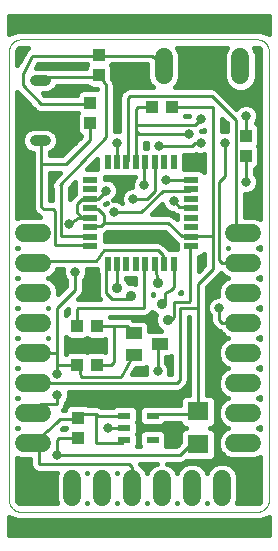
<source format=gtl>
G75*
%MOIN*%
%OFA0B0*%
%FSLAX25Y25*%
%IPPOS*%
%LPD*%
%AMOC8*
5,1,8,0,0,1.08239X$1,22.5*
%
%ADD10C,0.00000*%
%ADD11R,0.05000X0.02200*%
%ADD12R,0.02200X0.05000*%
%ADD13C,0.03600*%
%ADD14C,0.06000*%
%ADD15R,0.03937X0.04331*%
%ADD16R,0.04160X0.02400*%
%ADD17R,0.04100X0.02400*%
%ADD18R,0.07087X0.06299*%
%ADD19R,0.05512X0.03937*%
%ADD20C,0.01000*%
%ADD21C,0.03169*%
%ADD22C,0.03600*%
%ADD23C,0.01600*%
D10*
X0007860Y0013611D02*
X0007860Y0163217D01*
X0007862Y0163341D01*
X0007868Y0163464D01*
X0007877Y0163588D01*
X0007891Y0163710D01*
X0007908Y0163833D01*
X0007930Y0163955D01*
X0007955Y0164076D01*
X0007984Y0164196D01*
X0008016Y0164315D01*
X0008053Y0164434D01*
X0008093Y0164551D01*
X0008136Y0164666D01*
X0008184Y0164781D01*
X0008235Y0164893D01*
X0008289Y0165004D01*
X0008347Y0165114D01*
X0008408Y0165221D01*
X0008473Y0165327D01*
X0008541Y0165430D01*
X0008612Y0165531D01*
X0008686Y0165630D01*
X0008763Y0165727D01*
X0008844Y0165821D01*
X0008927Y0165912D01*
X0009013Y0166001D01*
X0009102Y0166087D01*
X0009193Y0166170D01*
X0009287Y0166251D01*
X0009384Y0166328D01*
X0009483Y0166402D01*
X0009584Y0166473D01*
X0009687Y0166541D01*
X0009793Y0166606D01*
X0009900Y0166667D01*
X0010010Y0166725D01*
X0010121Y0166779D01*
X0010233Y0166830D01*
X0010348Y0166878D01*
X0010463Y0166921D01*
X0010580Y0166961D01*
X0010699Y0166998D01*
X0010818Y0167030D01*
X0010938Y0167059D01*
X0011059Y0167084D01*
X0011181Y0167106D01*
X0011304Y0167123D01*
X0011426Y0167137D01*
X0011550Y0167146D01*
X0011673Y0167152D01*
X0011797Y0167154D01*
X0090537Y0167154D01*
X0090661Y0167152D01*
X0090784Y0167146D01*
X0090908Y0167137D01*
X0091030Y0167123D01*
X0091153Y0167106D01*
X0091275Y0167084D01*
X0091396Y0167059D01*
X0091516Y0167030D01*
X0091635Y0166998D01*
X0091754Y0166961D01*
X0091871Y0166921D01*
X0091986Y0166878D01*
X0092101Y0166830D01*
X0092213Y0166779D01*
X0092324Y0166725D01*
X0092434Y0166667D01*
X0092541Y0166606D01*
X0092647Y0166541D01*
X0092750Y0166473D01*
X0092851Y0166402D01*
X0092950Y0166328D01*
X0093047Y0166251D01*
X0093141Y0166170D01*
X0093232Y0166087D01*
X0093321Y0166001D01*
X0093407Y0165912D01*
X0093490Y0165821D01*
X0093571Y0165727D01*
X0093648Y0165630D01*
X0093722Y0165531D01*
X0093793Y0165430D01*
X0093861Y0165327D01*
X0093926Y0165221D01*
X0093987Y0165114D01*
X0094045Y0165004D01*
X0094099Y0164893D01*
X0094150Y0164781D01*
X0094198Y0164666D01*
X0094241Y0164551D01*
X0094281Y0164434D01*
X0094318Y0164315D01*
X0094350Y0164196D01*
X0094379Y0164076D01*
X0094404Y0163955D01*
X0094426Y0163833D01*
X0094443Y0163710D01*
X0094457Y0163588D01*
X0094466Y0163464D01*
X0094472Y0163341D01*
X0094474Y0163217D01*
X0094474Y0013611D01*
X0094472Y0013487D01*
X0094466Y0013364D01*
X0094457Y0013240D01*
X0094443Y0013118D01*
X0094426Y0012995D01*
X0094404Y0012873D01*
X0094379Y0012752D01*
X0094350Y0012632D01*
X0094318Y0012513D01*
X0094281Y0012394D01*
X0094241Y0012277D01*
X0094198Y0012162D01*
X0094150Y0012047D01*
X0094099Y0011935D01*
X0094045Y0011824D01*
X0093987Y0011714D01*
X0093926Y0011607D01*
X0093861Y0011501D01*
X0093793Y0011398D01*
X0093722Y0011297D01*
X0093648Y0011198D01*
X0093571Y0011101D01*
X0093490Y0011007D01*
X0093407Y0010916D01*
X0093321Y0010827D01*
X0093232Y0010741D01*
X0093141Y0010658D01*
X0093047Y0010577D01*
X0092950Y0010500D01*
X0092851Y0010426D01*
X0092750Y0010355D01*
X0092647Y0010287D01*
X0092541Y0010222D01*
X0092434Y0010161D01*
X0092324Y0010103D01*
X0092213Y0010049D01*
X0092101Y0009998D01*
X0091986Y0009950D01*
X0091871Y0009907D01*
X0091754Y0009867D01*
X0091635Y0009830D01*
X0091516Y0009798D01*
X0091396Y0009769D01*
X0091275Y0009744D01*
X0091153Y0009722D01*
X0091030Y0009705D01*
X0090908Y0009691D01*
X0090784Y0009682D01*
X0090661Y0009676D01*
X0090537Y0009674D01*
X0011797Y0009674D01*
X0011673Y0009676D01*
X0011550Y0009682D01*
X0011426Y0009691D01*
X0011304Y0009705D01*
X0011181Y0009722D01*
X0011059Y0009744D01*
X0010938Y0009769D01*
X0010818Y0009798D01*
X0010699Y0009830D01*
X0010580Y0009867D01*
X0010463Y0009907D01*
X0010348Y0009950D01*
X0010233Y0009998D01*
X0010121Y0010049D01*
X0010010Y0010103D01*
X0009900Y0010161D01*
X0009793Y0010222D01*
X0009687Y0010287D01*
X0009584Y0010355D01*
X0009483Y0010426D01*
X0009384Y0010500D01*
X0009287Y0010577D01*
X0009193Y0010658D01*
X0009102Y0010741D01*
X0009013Y0010827D01*
X0008927Y0010916D01*
X0008844Y0011007D01*
X0008763Y0011101D01*
X0008686Y0011198D01*
X0008612Y0011297D01*
X0008541Y0011398D01*
X0008473Y0011501D01*
X0008408Y0011607D01*
X0008347Y0011714D01*
X0008289Y0011824D01*
X0008235Y0011935D01*
X0008184Y0012047D01*
X0008136Y0012162D01*
X0008093Y0012277D01*
X0008053Y0012394D01*
X0008016Y0012513D01*
X0007984Y0012632D01*
X0007955Y0012752D01*
X0007930Y0012873D01*
X0007908Y0012995D01*
X0007891Y0013118D01*
X0007877Y0013240D01*
X0007868Y0013364D01*
X0007862Y0013487D01*
X0007860Y0013611D01*
D11*
X0034826Y0098265D03*
X0034826Y0101414D03*
X0034826Y0104564D03*
X0034826Y0107713D03*
X0034826Y0110863D03*
X0034826Y0114013D03*
X0034826Y0117162D03*
X0034826Y0120312D03*
X0068626Y0120312D03*
X0068626Y0117162D03*
X0068626Y0114013D03*
X0068626Y0110863D03*
X0068626Y0107713D03*
X0068626Y0104564D03*
X0068626Y0101414D03*
X0068626Y0098265D03*
D12*
X0062749Y0092388D03*
X0059600Y0092388D03*
X0056450Y0092388D03*
X0053301Y0092388D03*
X0050151Y0092388D03*
X0047001Y0092388D03*
X0043852Y0092388D03*
X0040702Y0092388D03*
X0040702Y0126188D03*
X0043852Y0126188D03*
X0047001Y0126188D03*
X0050151Y0126188D03*
X0053301Y0126188D03*
X0056450Y0126188D03*
X0059600Y0126188D03*
X0062749Y0126188D03*
D13*
X0019967Y0133485D02*
X0016367Y0133485D01*
X0016367Y0153485D02*
X0019967Y0153485D01*
D14*
X0018860Y0102674D02*
X0012860Y0102674D01*
X0012860Y0092674D02*
X0018860Y0092674D01*
X0018860Y0082674D02*
X0012860Y0082674D01*
X0012860Y0072674D02*
X0018860Y0072674D01*
X0018860Y0062674D02*
X0012860Y0062674D01*
X0012860Y0052674D02*
X0018860Y0052674D01*
X0018860Y0042674D02*
X0012860Y0042674D01*
X0012860Y0032674D02*
X0018860Y0032674D01*
X0028860Y0020674D02*
X0028860Y0014674D01*
X0038860Y0014674D02*
X0038860Y0020674D01*
X0048860Y0020674D02*
X0048860Y0014674D01*
X0058860Y0014674D02*
X0058860Y0020674D01*
X0068860Y0020674D02*
X0068860Y0014674D01*
X0078860Y0014674D02*
X0078860Y0020674D01*
X0082860Y0032674D02*
X0088860Y0032674D01*
X0088860Y0042674D02*
X0082860Y0042674D01*
X0082860Y0052674D02*
X0088860Y0052674D01*
X0088860Y0062674D02*
X0082860Y0062674D01*
X0082860Y0072674D02*
X0088860Y0072674D01*
X0088860Y0082674D02*
X0082860Y0082674D01*
X0082860Y0092674D02*
X0088860Y0092674D01*
X0088860Y0102674D02*
X0082860Y0102674D01*
X0084967Y0155133D02*
X0084967Y0161133D01*
X0059367Y0161133D02*
X0059367Y0155133D01*
D15*
X0062206Y0144674D03*
X0055513Y0144674D03*
X0037860Y0155328D03*
X0037860Y0162020D03*
X0034860Y0146020D03*
X0034860Y0139328D03*
X0037206Y0071674D03*
X0030513Y0071674D03*
X0030513Y0058674D03*
X0037206Y0058674D03*
X0030860Y0041020D03*
X0030860Y0034328D03*
X0086860Y0128328D03*
X0086860Y0135020D03*
D16*
X0046260Y0041774D03*
X0046260Y0037714D03*
X0046260Y0033574D03*
X0055760Y0033574D03*
D17*
X0055760Y0041774D03*
D18*
X0070860Y0043186D03*
X0070860Y0032162D03*
D19*
X0058190Y0065674D03*
X0049529Y0061934D03*
X0049529Y0069414D03*
D20*
X0047269Y0071674D01*
X0042860Y0071674D01*
X0042860Y0059674D01*
X0041860Y0058674D01*
X0037206Y0058674D01*
X0031260Y0058274D02*
X0031860Y0054674D01*
X0045060Y0054674D01*
X0049260Y0061874D01*
X0049529Y0061934D01*
X0057360Y0065474D02*
X0057360Y0056474D01*
X0057360Y0065474D02*
X0058190Y0065674D01*
X0060760Y0073674D02*
X0061860Y0073674D01*
X0062860Y0074674D01*
X0062860Y0079674D01*
X0067860Y0079674D01*
X0068160Y0079974D01*
X0068160Y0097874D01*
X0068626Y0098265D01*
X0068626Y0101414D02*
X0068160Y0101474D01*
X0065460Y0101474D01*
X0060960Y0105974D01*
X0039360Y0105974D01*
X0039360Y0108674D01*
X0037560Y0110474D01*
X0034860Y0110474D01*
X0034826Y0110863D01*
X0034826Y0114013D02*
X0033960Y0114074D01*
X0032160Y0114074D01*
X0030360Y0112274D01*
X0030360Y0109574D01*
X0032160Y0107774D01*
X0030760Y0107774D01*
X0027860Y0105674D01*
X0025160Y0101474D02*
X0025160Y0118174D01*
X0024860Y0118474D01*
X0040160Y0134774D01*
X0040160Y0151874D01*
X0038460Y0154574D01*
X0037860Y0155328D01*
X0037560Y0154574D01*
X0019560Y0154574D01*
X0018660Y0153674D01*
X0018167Y0153485D01*
X0012360Y0151874D02*
X0018660Y0145574D01*
X0034413Y0145574D01*
X0034860Y0146020D01*
X0034860Y0139328D02*
X0034860Y0133674D01*
X0026860Y0125674D01*
X0018660Y0125674D01*
X0018660Y0111374D01*
X0019360Y0110674D01*
X0022860Y0110674D01*
X0023260Y0109274D01*
X0023260Y0098774D01*
X0033960Y0098774D01*
X0034826Y0098265D01*
X0034826Y0101414D02*
X0033960Y0101474D01*
X0025160Y0101474D01*
X0032160Y0107774D02*
X0033960Y0107774D01*
X0034826Y0107713D01*
X0034860Y0105074D02*
X0034826Y0104564D01*
X0034860Y0105074D02*
X0038460Y0105074D01*
X0039360Y0105974D01*
X0042960Y0109574D02*
X0051960Y0109574D01*
X0059160Y0116774D01*
X0068160Y0116774D01*
X0068626Y0117162D01*
X0068626Y0120312D02*
X0068160Y0120374D01*
X0060060Y0120374D01*
X0056460Y0116774D02*
X0056460Y0125774D01*
X0056450Y0126188D01*
X0057860Y0131674D02*
X0068860Y0131674D01*
X0069860Y0132674D01*
X0071860Y0132674D01*
X0069860Y0138674D02*
X0050151Y0138674D01*
X0050151Y0143965D01*
X0050860Y0144674D01*
X0055513Y0144674D01*
X0050151Y0136674D02*
X0051151Y0135674D01*
X0067860Y0135674D01*
X0069860Y0138674D02*
X0071860Y0140674D01*
X0075860Y0144674D02*
X0062206Y0144674D01*
X0059160Y0158174D02*
X0055560Y0161774D01*
X0038460Y0161774D01*
X0037860Y0162020D01*
X0037560Y0161774D01*
X0015660Y0161774D01*
X0012360Y0155474D01*
X0012360Y0151874D01*
X0018660Y0133874D02*
X0018167Y0133485D01*
X0018660Y0132974D01*
X0018660Y0125674D01*
X0034860Y0114074D02*
X0034826Y0114013D01*
X0034860Y0114074D02*
X0037560Y0114074D01*
X0040260Y0116774D01*
X0043852Y0126188D02*
X0043860Y0126196D01*
X0043860Y0132674D01*
X0047460Y0126674D02*
X0047001Y0126188D01*
X0047460Y0126674D02*
X0047460Y0147674D01*
X0048060Y0148274D01*
X0075360Y0148274D01*
X0083460Y0140174D01*
X0083460Y0105074D01*
X0085860Y0102674D01*
X0085860Y0092674D02*
X0078860Y0092674D01*
X0077860Y0093674D01*
X0077860Y0119674D01*
X0079860Y0121674D01*
X0079860Y0132674D01*
X0075860Y0144674D02*
X0075860Y0101674D01*
X0068886Y0101674D01*
X0068626Y0101414D01*
X0068626Y0110863D02*
X0068160Y0111374D01*
X0064560Y0111374D01*
X0062760Y0113174D01*
X0056460Y0116774D02*
X0053760Y0114074D01*
X0049260Y0114074D01*
X0052860Y0118574D02*
X0052860Y0125774D01*
X0053301Y0126188D01*
X0050151Y0126188D02*
X0050151Y0136674D01*
X0050151Y0138674D01*
X0057360Y0096974D02*
X0039360Y0096974D01*
X0036760Y0093374D01*
X0015960Y0093374D01*
X0015860Y0092674D01*
X0029860Y0083674D02*
X0023860Y0077674D01*
X0023860Y0062674D01*
X0015860Y0062674D01*
X0015860Y0052674D02*
X0063860Y0052674D01*
X0064860Y0053674D01*
X0064860Y0077674D01*
X0070860Y0077674D01*
X0070860Y0043186D01*
X0069988Y0042314D01*
X0056300Y0042314D01*
X0055760Y0041774D01*
X0047460Y0037574D02*
X0046260Y0037714D01*
X0041819Y0037714D01*
X0040860Y0037674D01*
X0037400Y0041774D02*
X0036860Y0042314D01*
X0036860Y0032674D01*
X0045360Y0032674D01*
X0046260Y0033574D01*
X0047860Y0025674D02*
X0017860Y0025674D01*
X0017860Y0033727D01*
X0017488Y0034099D01*
X0023860Y0039674D01*
X0024860Y0040674D01*
X0030513Y0040674D01*
X0030860Y0041020D01*
X0032153Y0042314D01*
X0036860Y0042314D01*
X0037400Y0041774D02*
X0046260Y0041774D01*
X0047860Y0025674D02*
X0048860Y0024674D01*
X0048860Y0017674D01*
X0064860Y0028674D02*
X0023860Y0028674D01*
X0023860Y0033674D01*
X0024513Y0034328D01*
X0030860Y0034328D01*
X0023860Y0045674D02*
X0023860Y0048674D01*
X0023860Y0045674D02*
X0018660Y0045674D01*
X0015960Y0042974D01*
X0015860Y0042674D01*
X0017488Y0034099D02*
X0015860Y0032674D01*
X0023860Y0055674D02*
X0023860Y0058674D01*
X0030513Y0058674D01*
X0031260Y0058274D01*
X0023860Y0058674D02*
X0023860Y0062674D01*
X0030513Y0071674D02*
X0030513Y0077328D01*
X0030860Y0077674D01*
X0052860Y0077674D01*
X0052860Y0091947D01*
X0053301Y0092388D01*
X0056450Y0092388D02*
X0056460Y0091574D01*
X0057460Y0086074D01*
X0059860Y0082674D02*
X0059860Y0080174D01*
X0058760Y0079074D01*
X0059860Y0082674D02*
X0061860Y0083674D01*
X0062760Y0084574D01*
X0062760Y0091574D01*
X0062749Y0092388D01*
X0059600Y0092388D02*
X0059160Y0092474D01*
X0059160Y0095174D01*
X0057360Y0096974D01*
X0048360Y0081674D02*
X0047460Y0080774D01*
X0042060Y0080774D01*
X0040260Y0082574D01*
X0040260Y0091574D01*
X0040702Y0092388D01*
X0043852Y0092388D02*
X0043860Y0091574D01*
X0043860Y0084374D01*
X0042860Y0071674D02*
X0037206Y0071674D01*
X0029860Y0083674D02*
X0029860Y0089674D01*
X0068360Y0032174D02*
X0064860Y0028674D01*
X0068360Y0032174D02*
X0070860Y0032174D01*
X0070860Y0032162D01*
X0078860Y0072674D02*
X0077860Y0073674D01*
X0077860Y0077674D01*
X0078860Y0072674D02*
X0085860Y0072674D01*
X0070860Y0085674D02*
X0075860Y0090674D01*
X0075860Y0101674D01*
X0070860Y0085674D02*
X0070860Y0079674D01*
X0070860Y0077674D01*
X0086860Y0119674D02*
X0086860Y0128328D01*
X0086860Y0135020D02*
X0086860Y0141674D01*
D21*
X0086860Y0141674D03*
X0079860Y0132674D03*
X0071860Y0132674D03*
X0067860Y0135674D03*
X0071860Y0140674D03*
X0060060Y0120374D03*
X0062760Y0113174D03*
X0052860Y0118574D03*
X0049260Y0114074D03*
X0042960Y0109574D03*
X0040260Y0116774D03*
X0043860Y0132674D03*
X0057860Y0131674D03*
X0029860Y0089674D03*
X0027860Y0105674D03*
X0023860Y0055674D03*
X0023860Y0048674D03*
X0023860Y0028674D03*
X0040860Y0037674D03*
X0057360Y0056474D03*
X0077860Y0077674D03*
X0086860Y0119674D03*
D22*
X0060760Y0073674D03*
X0058760Y0079074D03*
X0057460Y0086074D03*
X0048360Y0081674D03*
X0043860Y0084374D03*
D23*
X0007860Y0001800D02*
X0094474Y0001800D01*
X0094474Y0008020D01*
X0094353Y0007900D01*
X0094353Y0007900D01*
X0091877Y0006874D01*
X0010456Y0006874D01*
X0007980Y0007900D01*
X0007980Y0007900D01*
X0007860Y0008020D01*
X0007860Y0001800D01*
X0007860Y0003280D02*
X0094474Y0003280D01*
X0094474Y0004878D02*
X0007860Y0004878D01*
X0007860Y0006477D02*
X0094474Y0006477D01*
X0091168Y0012666D02*
X0090759Y0012496D01*
X0090537Y0012474D01*
X0083793Y0012474D01*
X0084260Y0013600D01*
X0084260Y0021748D01*
X0083437Y0023733D01*
X0081918Y0025252D01*
X0079934Y0026074D01*
X0077785Y0026074D01*
X0075801Y0025252D01*
X0074282Y0023733D01*
X0073860Y0022714D01*
X0073437Y0023733D01*
X0071918Y0025252D01*
X0069934Y0026074D01*
X0067785Y0026074D01*
X0065801Y0025252D01*
X0064282Y0023733D01*
X0063860Y0022714D01*
X0063437Y0023733D01*
X0061918Y0025252D01*
X0060658Y0025774D01*
X0065436Y0025774D01*
X0066502Y0026216D01*
X0066899Y0026613D01*
X0074880Y0026613D01*
X0075762Y0026978D01*
X0076437Y0027653D01*
X0076803Y0028535D01*
X0076803Y0035789D01*
X0076437Y0036671D01*
X0075762Y0037346D01*
X0074971Y0037674D01*
X0075762Y0038002D01*
X0076437Y0038677D01*
X0076803Y0039559D01*
X0076803Y0046813D01*
X0076437Y0047695D01*
X0075762Y0048370D01*
X0074880Y0048735D01*
X0073760Y0048735D01*
X0073760Y0084473D01*
X0077502Y0088216D01*
X0077502Y0088216D01*
X0078318Y0089031D01*
X0078478Y0089418D01*
X0079801Y0088096D01*
X0080820Y0087674D01*
X0079801Y0087252D01*
X0078282Y0085733D01*
X0077460Y0083748D01*
X0077460Y0081658D01*
X0077067Y0081658D01*
X0075603Y0081052D01*
X0074482Y0079931D01*
X0073875Y0078467D01*
X0073875Y0076881D01*
X0074482Y0075417D01*
X0074960Y0074939D01*
X0074960Y0073097D01*
X0075401Y0072031D01*
X0076217Y0071216D01*
X0077217Y0070216D01*
X0078202Y0069807D01*
X0078282Y0069615D01*
X0079801Y0068096D01*
X0080820Y0067674D01*
X0079801Y0067252D01*
X0078282Y0065733D01*
X0077460Y0063748D01*
X0077460Y0061600D01*
X0078282Y0059615D01*
X0079801Y0058096D01*
X0080820Y0057674D01*
X0079801Y0057252D01*
X0078282Y0055733D01*
X0077460Y0053748D01*
X0077460Y0051600D01*
X0078282Y0049615D01*
X0079801Y0048096D01*
X0080820Y0047674D01*
X0079801Y0047252D01*
X0078282Y0045733D01*
X0077460Y0043748D01*
X0077460Y0041600D01*
X0078282Y0039615D01*
X0079801Y0038096D01*
X0080820Y0037674D01*
X0079801Y0037252D01*
X0078282Y0035733D01*
X0077460Y0033748D01*
X0077460Y0031600D01*
X0078282Y0029615D01*
X0079801Y0028096D01*
X0081785Y0027274D01*
X0089934Y0027274D01*
X0091674Y0027995D01*
X0091674Y0013611D01*
X0091652Y0013389D01*
X0091482Y0012979D01*
X0091168Y0012666D01*
X0091374Y0012871D02*
X0083958Y0012871D01*
X0084260Y0014470D02*
X0091674Y0014470D01*
X0091674Y0016068D02*
X0084260Y0016068D01*
X0084260Y0017667D02*
X0091674Y0017667D01*
X0091674Y0019265D02*
X0084260Y0019265D01*
X0084260Y0020864D02*
X0091674Y0020864D01*
X0091674Y0022462D02*
X0083964Y0022462D01*
X0083110Y0024061D02*
X0091674Y0024061D01*
X0091674Y0025659D02*
X0080935Y0025659D01*
X0079041Y0028856D02*
X0076803Y0028856D01*
X0076803Y0030455D02*
X0077934Y0030455D01*
X0077460Y0032053D02*
X0076803Y0032053D01*
X0076803Y0033652D02*
X0077460Y0033652D01*
X0078082Y0035250D02*
X0076803Y0035250D01*
X0076260Y0036849D02*
X0079398Y0036849D01*
X0079450Y0038447D02*
X0076208Y0038447D01*
X0076803Y0040046D02*
X0078103Y0040046D01*
X0077460Y0041644D02*
X0076803Y0041644D01*
X0076803Y0043243D02*
X0077460Y0043243D01*
X0077912Y0044841D02*
X0076803Y0044841D01*
X0076803Y0046440D02*
X0078989Y0046440D01*
X0079940Y0048038D02*
X0076094Y0048038D01*
X0078273Y0049637D02*
X0073760Y0049637D01*
X0073760Y0051235D02*
X0077611Y0051235D01*
X0077460Y0052834D02*
X0073760Y0052834D01*
X0073760Y0054432D02*
X0077743Y0054432D01*
X0078580Y0056031D02*
X0073760Y0056031D01*
X0073760Y0057629D02*
X0080712Y0057629D01*
X0078669Y0059228D02*
X0073760Y0059228D01*
X0073760Y0060826D02*
X0077780Y0060826D01*
X0077460Y0062425D02*
X0073760Y0062425D01*
X0073760Y0064023D02*
X0077574Y0064023D01*
X0078236Y0065622D02*
X0073760Y0065622D01*
X0073760Y0067220D02*
X0079769Y0067220D01*
X0079078Y0068819D02*
X0073760Y0068819D01*
X0073760Y0070417D02*
X0077015Y0070417D01*
X0075416Y0072016D02*
X0073760Y0072016D01*
X0073760Y0073614D02*
X0074960Y0073614D01*
X0074686Y0075213D02*
X0073760Y0075213D01*
X0073760Y0076811D02*
X0073904Y0076811D01*
X0073875Y0078410D02*
X0073760Y0078410D01*
X0073760Y0080009D02*
X0074559Y0080009D01*
X0073760Y0081607D02*
X0076943Y0081607D01*
X0077460Y0083206D02*
X0073760Y0083206D01*
X0074091Y0084804D02*
X0077897Y0084804D01*
X0078951Y0086403D02*
X0075689Y0086403D01*
X0077288Y0088001D02*
X0080030Y0088001D01*
X0080760Y0097649D02*
X0080760Y0097699D01*
X0080820Y0097674D01*
X0080760Y0097649D01*
X0086360Y0108074D02*
X0086360Y0115690D01*
X0087652Y0115690D01*
X0089116Y0116296D01*
X0090237Y0117417D01*
X0090844Y0118881D01*
X0090844Y0120467D01*
X0090237Y0121931D01*
X0089760Y0122409D01*
X0089760Y0123950D01*
X0090188Y0124128D01*
X0090863Y0124803D01*
X0091228Y0125685D01*
X0091228Y0130970D01*
X0090937Y0131674D01*
X0091228Y0132378D01*
X0091228Y0137663D01*
X0090863Y0138545D01*
X0090188Y0139220D01*
X0090084Y0139263D01*
X0090237Y0139417D01*
X0090844Y0140881D01*
X0090844Y0142467D01*
X0090237Y0143931D01*
X0089116Y0145052D01*
X0087652Y0145658D01*
X0086067Y0145658D01*
X0084603Y0145052D01*
X0083643Y0144092D01*
X0077002Y0150733D01*
X0075936Y0151174D01*
X0063044Y0151174D01*
X0063945Y0152074D01*
X0064767Y0154059D01*
X0064767Y0162207D01*
X0063945Y0164192D01*
X0063782Y0164354D01*
X0080551Y0164354D01*
X0080389Y0164192D01*
X0079567Y0162207D01*
X0079567Y0154059D01*
X0080389Y0152074D01*
X0081908Y0150555D01*
X0083893Y0149733D01*
X0086041Y0149733D01*
X0088026Y0150555D01*
X0089545Y0152074D01*
X0090367Y0154059D01*
X0090367Y0162207D01*
X0089545Y0164192D01*
X0089382Y0164354D01*
X0090537Y0164354D01*
X0090759Y0164332D01*
X0091168Y0164163D01*
X0091482Y0163849D01*
X0091652Y0163439D01*
X0091674Y0163217D01*
X0091674Y0107353D01*
X0089934Y0108074D01*
X0086360Y0108074D01*
X0086360Y0108782D02*
X0091674Y0108782D01*
X0091674Y0110380D02*
X0086360Y0110380D01*
X0086360Y0111979D02*
X0091674Y0111979D01*
X0091674Y0113577D02*
X0086360Y0113577D01*
X0086360Y0115176D02*
X0091674Y0115176D01*
X0091674Y0116774D02*
X0089594Y0116774D01*
X0090633Y0118373D02*
X0091674Y0118373D01*
X0091674Y0119971D02*
X0090844Y0119971D01*
X0090387Y0121570D02*
X0091674Y0121570D01*
X0091674Y0123168D02*
X0089760Y0123168D01*
X0090827Y0124767D02*
X0091674Y0124767D01*
X0091674Y0126365D02*
X0091228Y0126365D01*
X0091228Y0127964D02*
X0091674Y0127964D01*
X0091674Y0129562D02*
X0091228Y0129562D01*
X0091149Y0131161D02*
X0091674Y0131161D01*
X0091674Y0132759D02*
X0091228Y0132759D01*
X0091228Y0134358D02*
X0091674Y0134358D01*
X0091674Y0135956D02*
X0091228Y0135956D01*
X0091228Y0137555D02*
X0091674Y0137555D01*
X0091674Y0139153D02*
X0090255Y0139153D01*
X0090790Y0140752D02*
X0091674Y0140752D01*
X0091674Y0142350D02*
X0090844Y0142350D01*
X0090219Y0143949D02*
X0091674Y0143949D01*
X0091674Y0145547D02*
X0087920Y0145547D01*
X0085800Y0145547D02*
X0082187Y0145547D01*
X0080589Y0147146D02*
X0091674Y0147146D01*
X0091674Y0148745D02*
X0078990Y0148745D01*
X0080521Y0151942D02*
X0063812Y0151942D01*
X0064552Y0153540D02*
X0079782Y0153540D01*
X0079567Y0155139D02*
X0064767Y0155139D01*
X0064767Y0156737D02*
X0079567Y0156737D01*
X0079567Y0158336D02*
X0064767Y0158336D01*
X0064767Y0159934D02*
X0079567Y0159934D01*
X0079567Y0161533D02*
X0064767Y0161533D01*
X0064384Y0163131D02*
X0079949Y0163131D01*
X0082420Y0150343D02*
X0077392Y0150343D01*
X0078760Y0140773D02*
X0080560Y0138973D01*
X0080560Y0136658D01*
X0079067Y0136658D01*
X0078760Y0136531D01*
X0078760Y0140773D01*
X0078760Y0140752D02*
X0078780Y0140752D01*
X0078760Y0139153D02*
X0080379Y0139153D01*
X0080560Y0137555D02*
X0078760Y0137555D01*
X0072960Y0136817D02*
X0072960Y0136531D01*
X0072652Y0136658D01*
X0071945Y0136658D01*
X0071977Y0136690D01*
X0072652Y0136690D01*
X0072960Y0136817D01*
X0067920Y0141574D02*
X0066385Y0141574D01*
X0066468Y0141774D01*
X0068003Y0141774D01*
X0067920Y0141574D01*
X0070150Y0129070D02*
X0069436Y0128774D01*
X0066249Y0128774D01*
X0066249Y0123812D01*
X0071603Y0123812D01*
X0072485Y0123446D01*
X0072960Y0122972D01*
X0072960Y0128817D01*
X0072652Y0128690D01*
X0071067Y0128690D01*
X0070150Y0129070D01*
X0072960Y0127964D02*
X0066249Y0127964D01*
X0066249Y0126365D02*
X0072960Y0126365D01*
X0072960Y0124767D02*
X0066249Y0124767D01*
X0072763Y0123168D02*
X0072960Y0123168D01*
X0063726Y0108580D02*
X0063726Y0107309D01*
X0062602Y0108433D01*
X0061536Y0108874D01*
X0055361Y0108874D01*
X0058803Y0112316D01*
X0059382Y0110917D01*
X0060503Y0109796D01*
X0061967Y0109190D01*
X0062643Y0109190D01*
X0062917Y0108916D01*
X0063726Y0108580D01*
X0063240Y0108782D02*
X0061759Y0108782D01*
X0059919Y0110380D02*
X0056867Y0110380D01*
X0058466Y0111979D02*
X0058942Y0111979D01*
X0059758Y0103074D02*
X0063001Y0099831D01*
X0063726Y0099107D01*
X0063726Y0097288D01*
X0061147Y0097288D01*
X0059818Y0098617D01*
X0059002Y0099433D01*
X0057936Y0099874D01*
X0039726Y0099874D01*
X0039726Y0102460D01*
X0040102Y0102616D01*
X0040561Y0103074D01*
X0059758Y0103074D01*
X0060445Y0102388D02*
X0039726Y0102388D01*
X0039726Y0100789D02*
X0062043Y0100789D01*
X0060843Y0097592D02*
X0063726Y0097592D01*
X0063642Y0099191D02*
X0059244Y0099191D01*
X0049960Y0087488D02*
X0049960Y0085557D01*
X0049195Y0085874D01*
X0047784Y0085874D01*
X0047420Y0086753D01*
X0046760Y0087414D01*
X0046760Y0087488D01*
X0049960Y0087488D01*
X0049960Y0086403D02*
X0047565Y0086403D01*
X0047846Y0074574D02*
X0041468Y0074574D01*
X0041385Y0074774D01*
X0053436Y0074774D01*
X0054502Y0075216D01*
X0055318Y0076031D01*
X0055478Y0076416D01*
X0056380Y0075513D01*
X0056888Y0075303D01*
X0056560Y0074509D01*
X0056560Y0072839D01*
X0057199Y0071295D01*
X0058380Y0070113D01*
X0058552Y0070043D01*
X0054957Y0070043D01*
X0054685Y0069930D01*
X0054685Y0071860D01*
X0054319Y0072742D01*
X0053644Y0073417D01*
X0052762Y0073783D01*
X0049262Y0073783D01*
X0048912Y0074133D01*
X0047846Y0074574D01*
X0053168Y0073614D02*
X0056560Y0073614D01*
X0056851Y0075213D02*
X0054496Y0075213D01*
X0054620Y0072016D02*
X0056900Y0072016D01*
X0058076Y0070417D02*
X0054685Y0070417D01*
X0060260Y0061306D02*
X0061424Y0061306D01*
X0061960Y0061528D01*
X0061960Y0055574D01*
X0061299Y0055574D01*
X0061344Y0055681D01*
X0061344Y0057267D01*
X0060737Y0058731D01*
X0060260Y0059209D01*
X0060260Y0061306D01*
X0060260Y0060826D02*
X0061960Y0060826D01*
X0061960Y0059228D02*
X0060260Y0059228D01*
X0061194Y0057629D02*
X0061960Y0057629D01*
X0061960Y0056031D02*
X0061344Y0056031D01*
X0064436Y0049774D02*
X0065502Y0050216D01*
X0066502Y0051216D01*
X0067318Y0052031D01*
X0067760Y0053097D01*
X0067760Y0074774D01*
X0067960Y0074774D01*
X0067960Y0048735D01*
X0066839Y0048735D01*
X0065957Y0048370D01*
X0065282Y0047695D01*
X0064916Y0046813D01*
X0064916Y0045214D01*
X0058673Y0045214D01*
X0058287Y0045374D01*
X0053232Y0045374D01*
X0052350Y0045009D01*
X0051675Y0044334D01*
X0051310Y0043451D01*
X0051310Y0040097D01*
X0051675Y0039215D01*
X0052350Y0038539D01*
X0053232Y0038174D01*
X0058287Y0038174D01*
X0059169Y0038539D01*
X0059844Y0039215D01*
X0059927Y0039414D01*
X0064976Y0039414D01*
X0065282Y0038677D01*
X0065957Y0038002D01*
X0066748Y0037674D01*
X0065957Y0037346D01*
X0065282Y0036671D01*
X0064916Y0035789D01*
X0064916Y0032832D01*
X0063658Y0031574D01*
X0060106Y0031574D01*
X0060240Y0031897D01*
X0060240Y0035251D01*
X0059874Y0036134D01*
X0059199Y0036809D01*
X0058317Y0037174D01*
X0053202Y0037174D01*
X0052320Y0036809D01*
X0051645Y0036134D01*
X0051280Y0035251D01*
X0051280Y0031897D01*
X0051413Y0031574D01*
X0050606Y0031574D01*
X0050740Y0031897D01*
X0050740Y0035251D01*
X0050577Y0035644D01*
X0050740Y0036037D01*
X0050740Y0039392D01*
X0050594Y0039744D01*
X0050740Y0040097D01*
X0050740Y0043451D01*
X0050374Y0044334D01*
X0049699Y0045009D01*
X0048817Y0045374D01*
X0043702Y0045374D01*
X0042820Y0045009D01*
X0042485Y0044674D01*
X0038601Y0044674D01*
X0038502Y0044773D01*
X0037436Y0045214D01*
X0034194Y0045214D01*
X0034188Y0045220D01*
X0033305Y0045586D01*
X0028414Y0045586D01*
X0027532Y0045220D01*
X0026856Y0044545D01*
X0026491Y0043663D01*
X0026491Y0043574D01*
X0025861Y0043574D01*
X0026318Y0044031D01*
X0026760Y0045097D01*
X0026760Y0045939D01*
X0027237Y0046417D01*
X0027844Y0047881D01*
X0027844Y0049467D01*
X0027716Y0049774D01*
X0064436Y0049774D01*
X0065625Y0048038D02*
X0027844Y0048038D01*
X0027773Y0049637D02*
X0067960Y0049637D01*
X0067960Y0051235D02*
X0066522Y0051235D01*
X0067650Y0052834D02*
X0067960Y0052834D01*
X0067960Y0054432D02*
X0067760Y0054432D01*
X0067760Y0056031D02*
X0067960Y0056031D01*
X0067960Y0057629D02*
X0067760Y0057629D01*
X0067760Y0059228D02*
X0067960Y0059228D01*
X0067960Y0060826D02*
X0067760Y0060826D01*
X0067760Y0062425D02*
X0067960Y0062425D01*
X0067960Y0064023D02*
X0067760Y0064023D01*
X0067760Y0065622D02*
X0067960Y0065622D01*
X0067960Y0067220D02*
X0067760Y0067220D01*
X0067760Y0068819D02*
X0067960Y0068819D01*
X0067960Y0070417D02*
X0067760Y0070417D01*
X0067760Y0072016D02*
X0067960Y0072016D01*
X0067960Y0073614D02*
X0067760Y0073614D01*
X0065260Y0082574D02*
X0064861Y0082574D01*
X0065218Y0082931D01*
X0065260Y0083032D01*
X0065260Y0082574D01*
X0071060Y0089975D02*
X0071060Y0094765D01*
X0071603Y0094765D01*
X0072485Y0095130D01*
X0072960Y0095604D01*
X0072960Y0091875D01*
X0071060Y0089975D01*
X0071060Y0091198D02*
X0072282Y0091198D01*
X0072960Y0092797D02*
X0071060Y0092797D01*
X0071060Y0094395D02*
X0072960Y0094395D01*
X0055914Y0082168D02*
X0055760Y0082232D01*
X0055760Y0082014D01*
X0055914Y0082168D01*
X0053655Y0057941D02*
X0053375Y0057267D01*
X0053375Y0055681D01*
X0053420Y0055574D01*
X0048942Y0055574D01*
X0050104Y0057565D01*
X0052762Y0057565D01*
X0053644Y0057931D01*
X0053655Y0057941D01*
X0053526Y0057629D02*
X0052917Y0057629D01*
X0053375Y0056031D02*
X0049208Y0056031D01*
X0049866Y0044841D02*
X0052183Y0044841D01*
X0051310Y0043243D02*
X0050740Y0043243D01*
X0050740Y0041644D02*
X0051310Y0041644D01*
X0051331Y0040046D02*
X0050718Y0040046D01*
X0050740Y0038447D02*
X0052573Y0038447D01*
X0052417Y0036849D02*
X0050740Y0036849D01*
X0050740Y0035250D02*
X0051280Y0035250D01*
X0051280Y0033652D02*
X0050740Y0033652D01*
X0050740Y0032053D02*
X0051280Y0032053D01*
X0051543Y0025774D02*
X0057061Y0025774D01*
X0055801Y0025252D01*
X0054282Y0023733D01*
X0053860Y0022714D01*
X0053437Y0023733D01*
X0051918Y0025252D01*
X0051726Y0025332D01*
X0051543Y0025774D01*
X0051590Y0025659D02*
X0056784Y0025659D01*
X0054609Y0024061D02*
X0053110Y0024061D01*
X0053860Y0012634D02*
X0053926Y0012474D01*
X0053793Y0012474D01*
X0053860Y0012634D01*
X0060935Y0025659D02*
X0066784Y0025659D01*
X0064609Y0024061D02*
X0063110Y0024061D01*
X0064138Y0032053D02*
X0060240Y0032053D01*
X0060240Y0033652D02*
X0064916Y0033652D01*
X0064916Y0035250D02*
X0060240Y0035250D01*
X0059102Y0036849D02*
X0065459Y0036849D01*
X0065511Y0038447D02*
X0058947Y0038447D01*
X0064916Y0046440D02*
X0027247Y0046440D01*
X0027152Y0044841D02*
X0026654Y0044841D01*
X0026741Y0037774D02*
X0026092Y0037774D01*
X0025842Y0037555D01*
X0025514Y0037228D01*
X0026598Y0037228D01*
X0026783Y0037674D01*
X0026741Y0037774D01*
X0023885Y0022774D02*
X0017283Y0022774D01*
X0016217Y0023216D01*
X0015401Y0024031D01*
X0014960Y0025097D01*
X0014960Y0027274D01*
X0011785Y0027274D01*
X0010660Y0027740D01*
X0010660Y0013611D01*
X0010681Y0013389D01*
X0010851Y0012979D01*
X0011165Y0012666D01*
X0011575Y0012496D01*
X0011797Y0012474D01*
X0023926Y0012474D01*
X0023460Y0013600D01*
X0023460Y0021748D01*
X0023885Y0022774D01*
X0023755Y0022462D02*
X0010660Y0022462D01*
X0010660Y0020864D02*
X0023460Y0020864D01*
X0023460Y0019265D02*
X0010660Y0019265D01*
X0010660Y0017667D02*
X0023460Y0017667D01*
X0023460Y0016068D02*
X0010660Y0016068D01*
X0010660Y0014470D02*
X0023460Y0014470D01*
X0023761Y0012871D02*
X0010959Y0012871D01*
X0010660Y0024061D02*
X0015389Y0024061D01*
X0014960Y0025659D02*
X0010660Y0025659D01*
X0010660Y0027258D02*
X0014960Y0027258D01*
X0010660Y0037608D02*
X0010660Y0037740D01*
X0010820Y0037674D01*
X0010660Y0037608D01*
X0010660Y0047608D02*
X0010660Y0047740D01*
X0010820Y0047674D01*
X0010660Y0047608D01*
X0010660Y0057608D02*
X0010660Y0057740D01*
X0010820Y0057674D01*
X0010660Y0057608D01*
X0010660Y0057629D02*
X0010712Y0057629D01*
X0010660Y0067608D02*
X0010660Y0067740D01*
X0010820Y0067674D01*
X0010660Y0067608D01*
X0010660Y0077608D02*
X0010660Y0077740D01*
X0010820Y0077674D01*
X0010660Y0077608D01*
X0010660Y0087608D02*
X0010660Y0087740D01*
X0010820Y0087674D01*
X0010660Y0087608D01*
X0010660Y0097608D02*
X0010660Y0097740D01*
X0010820Y0097674D01*
X0010660Y0097608D01*
X0010660Y0107608D02*
X0010660Y0149473D01*
X0010717Y0149416D01*
X0017017Y0143116D01*
X0018083Y0142674D01*
X0030783Y0142674D01*
X0030491Y0141970D01*
X0030491Y0136685D01*
X0030856Y0135803D01*
X0031532Y0135128D01*
X0031960Y0134950D01*
X0031960Y0134875D01*
X0025658Y0128574D01*
X0021560Y0128574D01*
X0021560Y0129599D01*
X0022346Y0129924D01*
X0023527Y0131106D01*
X0024167Y0132650D01*
X0024167Y0134320D01*
X0023527Y0135864D01*
X0022346Y0137046D01*
X0020802Y0137685D01*
X0015531Y0137685D01*
X0013988Y0137046D01*
X0012806Y0135864D01*
X0012167Y0134320D01*
X0012167Y0132650D01*
X0012806Y0131106D01*
X0013988Y0129924D01*
X0015531Y0129285D01*
X0015760Y0129285D01*
X0015760Y0110797D01*
X0016201Y0109731D01*
X0017717Y0108216D01*
X0018059Y0108074D01*
X0011785Y0108074D01*
X0010660Y0107608D01*
X0010660Y0108782D02*
X0017151Y0108782D01*
X0015932Y0110380D02*
X0010660Y0110380D01*
X0010660Y0111979D02*
X0015760Y0111979D01*
X0015760Y0113577D02*
X0010660Y0113577D01*
X0010660Y0115176D02*
X0015760Y0115176D01*
X0015760Y0116774D02*
X0010660Y0116774D01*
X0010660Y0118373D02*
X0015760Y0118373D01*
X0015760Y0119971D02*
X0010660Y0119971D01*
X0010660Y0121570D02*
X0015760Y0121570D01*
X0015760Y0123168D02*
X0010660Y0123168D01*
X0010660Y0124767D02*
X0015760Y0124767D01*
X0015760Y0126365D02*
X0010660Y0126365D01*
X0010660Y0127964D02*
X0015760Y0127964D01*
X0014862Y0129562D02*
X0010660Y0129562D01*
X0010660Y0131161D02*
X0012783Y0131161D01*
X0012167Y0132759D02*
X0010660Y0132759D01*
X0010660Y0134358D02*
X0012182Y0134358D01*
X0012898Y0135956D02*
X0010660Y0135956D01*
X0010660Y0137555D02*
X0015217Y0137555D01*
X0016183Y0143949D02*
X0010660Y0143949D01*
X0010660Y0145547D02*
X0014585Y0145547D01*
X0012986Y0147146D02*
X0010660Y0147146D01*
X0010660Y0148745D02*
X0011388Y0148745D01*
X0010660Y0142350D02*
X0030649Y0142350D01*
X0030783Y0142674D02*
X0030783Y0142674D01*
X0030491Y0140752D02*
X0010660Y0140752D01*
X0010660Y0139153D02*
X0030491Y0139153D01*
X0030491Y0137555D02*
X0021116Y0137555D01*
X0023435Y0135956D02*
X0030793Y0135956D01*
X0031442Y0134358D02*
X0024151Y0134358D01*
X0024167Y0132759D02*
X0029844Y0132759D01*
X0028245Y0131161D02*
X0023550Y0131161D01*
X0021560Y0129562D02*
X0026647Y0129562D01*
X0024918Y0122774D02*
X0022777Y0120492D01*
X0022401Y0120117D01*
X0022383Y0120073D01*
X0022350Y0120038D01*
X0022163Y0119541D01*
X0021960Y0119051D01*
X0021960Y0119003D01*
X0021943Y0118959D01*
X0021960Y0118428D01*
X0021960Y0117897D01*
X0021978Y0117853D01*
X0021979Y0117806D01*
X0022198Y0117322D01*
X0022260Y0117173D01*
X0022260Y0113574D01*
X0021560Y0113574D01*
X0021560Y0122774D01*
X0024918Y0122774D01*
X0023788Y0121570D02*
X0021560Y0121570D01*
X0021560Y0119971D02*
X0022325Y0119971D01*
X0021960Y0118373D02*
X0021560Y0118373D01*
X0021560Y0116774D02*
X0022260Y0116774D01*
X0022260Y0115176D02*
X0021560Y0115176D01*
X0021560Y0113577D02*
X0022260Y0113577D01*
X0028060Y0114075D02*
X0028060Y0117646D01*
X0029926Y0119634D01*
X0029926Y0115941D01*
X0029701Y0115717D01*
X0028060Y0114075D01*
X0028060Y0115176D02*
X0029160Y0115176D01*
X0029926Y0116774D02*
X0028060Y0116774D01*
X0028742Y0118373D02*
X0029926Y0118373D01*
X0033847Y0123812D02*
X0037202Y0127386D01*
X0037202Y0123812D01*
X0033847Y0123812D01*
X0034744Y0124767D02*
X0037202Y0124767D01*
X0037202Y0126365D02*
X0036244Y0126365D01*
X0039726Y0121288D02*
X0042279Y0121288D01*
X0045429Y0121288D01*
X0049939Y0121288D01*
X0049482Y0120831D01*
X0048875Y0119367D01*
X0048875Y0118058D01*
X0048467Y0118058D01*
X0047003Y0117452D01*
X0045882Y0116331D01*
X0045275Y0114867D01*
X0045275Y0113281D01*
X0045550Y0112618D01*
X0045216Y0112952D01*
X0043752Y0113558D01*
X0042678Y0113558D01*
X0043637Y0114517D01*
X0044244Y0115981D01*
X0044244Y0117567D01*
X0043637Y0119031D01*
X0042516Y0120152D01*
X0041052Y0120758D01*
X0039726Y0120758D01*
X0039726Y0121288D01*
X0042697Y0119971D02*
X0049126Y0119971D01*
X0048875Y0118373D02*
X0043910Y0118373D01*
X0044244Y0116774D02*
X0046325Y0116774D01*
X0045403Y0115176D02*
X0043910Y0115176D01*
X0042697Y0113577D02*
X0045275Y0113577D01*
X0040541Y0112790D02*
X0039943Y0112192D01*
X0039861Y0112274D01*
X0040377Y0112790D01*
X0040541Y0112790D01*
X0053051Y0131088D02*
X0053051Y0132774D01*
X0054003Y0132774D01*
X0053875Y0132467D01*
X0053875Y0131088D01*
X0053051Y0131088D01*
X0053051Y0131161D02*
X0053875Y0131161D01*
X0053997Y0132759D02*
X0053051Y0132759D01*
X0044560Y0136658D02*
X0044560Y0148251D01*
X0045001Y0149317D01*
X0045601Y0149917D01*
X0046417Y0150733D01*
X0047483Y0151174D01*
X0055689Y0151174D01*
X0054789Y0152074D01*
X0053967Y0154059D01*
X0053967Y0158874D01*
X0042019Y0158874D01*
X0041937Y0158674D01*
X0042228Y0157970D01*
X0042228Y0154032D01*
X0042440Y0153695D01*
X0042618Y0153517D01*
X0042745Y0153211D01*
X0042921Y0152931D01*
X0042963Y0152683D01*
X0043060Y0152451D01*
X0043060Y0152120D01*
X0043115Y0151794D01*
X0043060Y0151549D01*
X0043060Y0136655D01*
X0043067Y0136658D01*
X0044560Y0136658D01*
X0044560Y0137555D02*
X0043060Y0137555D01*
X0043060Y0139153D02*
X0044560Y0139153D01*
X0044560Y0140752D02*
X0043060Y0140752D01*
X0043060Y0142350D02*
X0044560Y0142350D01*
X0044560Y0143949D02*
X0043060Y0143949D01*
X0043060Y0145547D02*
X0044560Y0145547D01*
X0044560Y0147146D02*
X0043060Y0147146D01*
X0043060Y0148745D02*
X0044764Y0148745D01*
X0046027Y0150343D02*
X0043060Y0150343D01*
X0043090Y0151942D02*
X0054921Y0151942D01*
X0054182Y0153540D02*
X0042595Y0153540D01*
X0042228Y0155139D02*
X0053967Y0155139D01*
X0053967Y0156737D02*
X0042228Y0156737D01*
X0042077Y0158336D02*
X0053967Y0158336D01*
X0037260Y0150762D02*
X0037260Y0150586D01*
X0032414Y0150586D01*
X0031532Y0150220D01*
X0030856Y0149545D01*
X0030491Y0148663D01*
X0030491Y0148474D01*
X0019861Y0148474D01*
X0019050Y0149285D01*
X0020802Y0149285D01*
X0022346Y0149924D01*
X0023527Y0151106D01*
X0023763Y0151674D01*
X0033985Y0151674D01*
X0034532Y0151128D01*
X0035414Y0150762D01*
X0037260Y0150762D01*
X0033491Y0157474D02*
X0021312Y0157474D01*
X0020802Y0157685D01*
X0016791Y0157685D01*
X0017414Y0158874D01*
X0033700Y0158874D01*
X0033783Y0158674D01*
X0033491Y0157970D01*
X0033491Y0157474D01*
X0033642Y0158336D02*
X0017132Y0158336D01*
X0014141Y0164284D02*
X0014017Y0164233D01*
X0013701Y0163917D01*
X0013358Y0163631D01*
X0013296Y0163512D01*
X0013201Y0163417D01*
X0013030Y0163004D01*
X0010660Y0158478D01*
X0010660Y0163217D01*
X0010681Y0163439D01*
X0010851Y0163849D01*
X0011165Y0164163D01*
X0011575Y0164332D01*
X0011797Y0164354D01*
X0014225Y0164354D01*
X0014141Y0164284D01*
X0013083Y0163131D02*
X0010660Y0163131D01*
X0010660Y0161533D02*
X0012259Y0161533D01*
X0011422Y0159934D02*
X0010660Y0159934D01*
X0007860Y0168808D02*
X0007860Y0175028D01*
X0094474Y0175028D01*
X0094474Y0168808D01*
X0094353Y0168929D01*
X0091877Y0169954D01*
X0010456Y0169954D01*
X0007980Y0168929D01*
X0007860Y0168808D01*
X0007980Y0168929D02*
X0007980Y0168929D01*
X0007860Y0169525D02*
X0009420Y0169525D01*
X0007860Y0171124D02*
X0094474Y0171124D01*
X0094474Y0172722D02*
X0007860Y0172722D01*
X0007860Y0174321D02*
X0094474Y0174321D01*
X0094474Y0169525D02*
X0092913Y0169525D01*
X0094353Y0168929D02*
X0094353Y0168929D01*
X0091674Y0163131D02*
X0089984Y0163131D01*
X0090367Y0161533D02*
X0091674Y0161533D01*
X0091674Y0159934D02*
X0090367Y0159934D01*
X0090367Y0158336D02*
X0091674Y0158336D01*
X0091674Y0156737D02*
X0090367Y0156737D01*
X0090367Y0155139D02*
X0091674Y0155139D01*
X0091674Y0153540D02*
X0090152Y0153540D01*
X0089412Y0151942D02*
X0091674Y0151942D01*
X0091674Y0150343D02*
X0087513Y0150343D01*
X0091674Y0097995D02*
X0090899Y0097674D01*
X0091674Y0097353D01*
X0091674Y0097995D01*
X0091674Y0097592D02*
X0091097Y0097592D01*
X0091674Y0087995D02*
X0090899Y0087674D01*
X0091674Y0087353D01*
X0091674Y0087995D01*
X0091674Y0077995D02*
X0090899Y0077674D01*
X0091674Y0077353D01*
X0091674Y0077995D01*
X0091674Y0067995D02*
X0090899Y0067674D01*
X0091674Y0067353D01*
X0091674Y0067995D01*
X0091674Y0057995D02*
X0090899Y0057674D01*
X0091674Y0057353D01*
X0091674Y0057995D01*
X0091674Y0057629D02*
X0091007Y0057629D01*
X0091674Y0047995D02*
X0090899Y0047674D01*
X0091674Y0047353D01*
X0091674Y0047995D01*
X0091674Y0037995D02*
X0090899Y0037674D01*
X0091674Y0037353D01*
X0091674Y0037995D01*
X0091674Y0027258D02*
X0076042Y0027258D01*
X0076784Y0025659D02*
X0070935Y0025659D01*
X0073110Y0024061D02*
X0074609Y0024061D01*
X0073860Y0012634D02*
X0073926Y0012474D01*
X0073793Y0012474D01*
X0073860Y0012634D01*
X0063926Y0012474D02*
X0063793Y0012474D01*
X0063860Y0012634D01*
X0063926Y0012474D01*
X0043926Y0012474D02*
X0043793Y0012474D01*
X0043860Y0012634D01*
X0043926Y0012474D01*
X0043860Y0022714D02*
X0043885Y0022774D01*
X0043835Y0022774D01*
X0043860Y0022714D01*
X0033885Y0022774D02*
X0033860Y0022714D01*
X0033835Y0022774D01*
X0033885Y0022774D01*
X0033860Y0012634D02*
X0033926Y0012474D01*
X0033793Y0012474D01*
X0033860Y0012634D01*
X0038337Y0044841D02*
X0042653Y0044841D01*
X0039960Y0063112D02*
X0039652Y0063239D01*
X0034760Y0063239D01*
X0033878Y0062874D01*
X0033860Y0062856D01*
X0033841Y0062874D01*
X0032959Y0063239D01*
X0028067Y0063239D01*
X0027185Y0062874D01*
X0026760Y0062448D01*
X0026760Y0067900D01*
X0027185Y0067474D01*
X0028067Y0067109D01*
X0032959Y0067109D01*
X0033841Y0067474D01*
X0033860Y0067493D01*
X0033878Y0067474D01*
X0034760Y0067109D01*
X0039652Y0067109D01*
X0039960Y0067236D01*
X0039960Y0063112D01*
X0039960Y0064023D02*
X0026760Y0064023D01*
X0026760Y0065622D02*
X0039960Y0065622D01*
X0039922Y0067220D02*
X0039960Y0067220D01*
X0034490Y0067220D02*
X0033229Y0067220D01*
X0027797Y0067220D02*
X0026760Y0067220D01*
X0026760Y0075448D02*
X0026760Y0076473D01*
X0027613Y0077326D01*
X0027613Y0076051D01*
X0027185Y0075874D01*
X0026760Y0075448D01*
X0027098Y0076811D02*
X0027613Y0076811D01*
X0030861Y0080574D02*
X0032318Y0082031D01*
X0032760Y0083097D01*
X0032760Y0086939D01*
X0033237Y0087417D01*
X0033844Y0088881D01*
X0033844Y0090467D01*
X0033841Y0090474D01*
X0036421Y0090474D01*
X0036652Y0090419D01*
X0036992Y0090474D01*
X0037202Y0090474D01*
X0037202Y0089411D01*
X0037360Y0089031D01*
X0037360Y0081997D01*
X0037801Y0080931D01*
X0038158Y0080574D01*
X0030861Y0080574D01*
X0031894Y0081607D02*
X0037521Y0081607D01*
X0037360Y0083206D02*
X0032760Y0083206D01*
X0032760Y0084804D02*
X0037360Y0084804D01*
X0037360Y0086403D02*
X0032760Y0086403D01*
X0033479Y0088001D02*
X0037360Y0088001D01*
X0037202Y0089600D02*
X0033844Y0089600D01*
X0026960Y0086939D02*
X0026960Y0084875D01*
X0024260Y0082175D01*
X0024260Y0083748D01*
X0023437Y0085733D01*
X0021918Y0087252D01*
X0020899Y0087674D01*
X0021918Y0088096D01*
X0023437Y0089615D01*
X0023793Y0090474D01*
X0025878Y0090474D01*
X0025875Y0090467D01*
X0025875Y0088881D01*
X0026482Y0087417D01*
X0026960Y0086939D01*
X0026960Y0086403D02*
X0022768Y0086403D01*
X0023822Y0084804D02*
X0026888Y0084804D01*
X0025290Y0083206D02*
X0024260Y0083206D01*
X0026240Y0088001D02*
X0021689Y0088001D01*
X0023422Y0089600D02*
X0025875Y0089600D01*
X0020960Y0077699D02*
X0020960Y0077649D01*
X0020899Y0077674D01*
X0020960Y0077699D01*
X0020960Y0067699D02*
X0020960Y0067649D01*
X0020899Y0067674D01*
X0020960Y0067699D01*
X0019590Y0148745D02*
X0030525Y0148745D01*
X0031827Y0150343D02*
X0022764Y0150343D01*
M02*

</source>
